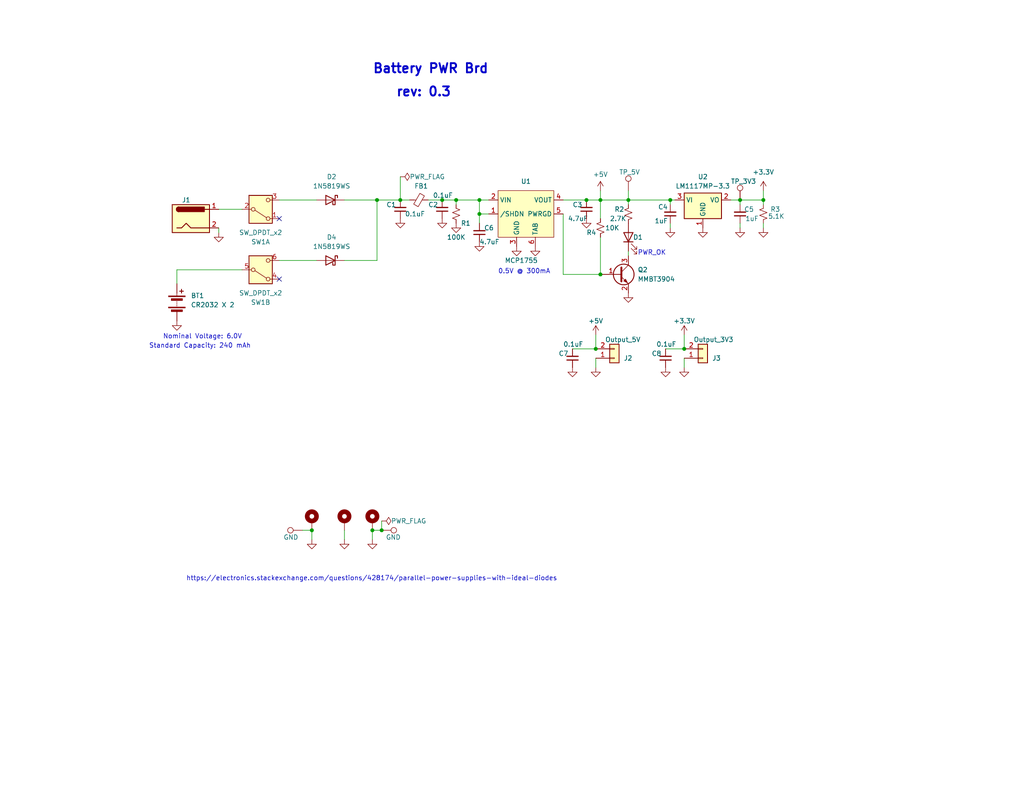
<source format=kicad_sch>
(kicad_sch (version 20230121) (generator eeschema)
  (paper "USLetter")
  (title_block (title "Battery PWR Brd") (date "2024-08-29") (rev "V0.3"))
  (lib_symbols
    (symbol "Connector:Barrel_Jack" (pin_names (offset 1.016))
      (property "Reference" "J" (at 0 5.334 0))
      (property "Value" "Barrel_Jack" (at 0 -5.08 0))
      (symbol "Barrel_Jack_0_1"
        (rectangle (start -5.08 3.81) (end 5.08 -3.81) (stroke (width 0.254)) (fill (type background)))
        (arc (start -3.302 3.175) (mid -3.9343 2.54) (end -3.302 1.905) (stroke (width 0.254)))
        (arc (start -3.302 3.175) (mid -3.9343 2.54) (end -3.302 1.905) (stroke (width 0.254)) (fill (type outline)))
        (polyline (pts (xy 5.08 2.54) (xy 3.81 2.54)) (stroke (width 0.254)))
        (polyline (pts (xy -3.81 -2.54) (xy -2.54 -2.54) (xy -1.27 -1.27) (xy 0 -2.54) (xy 2.54 -2.54) (xy 5.08 -2.54)) (stroke (width 0.254)))
        (rectangle (start 3.683 3.175) (end -3.302 1.905) (stroke (width 0.254)) (fill (type outline)))
      )
      (symbol "Barrel_Jack_1_1"
        (pin passive line (at 7.62 2.54 180) (length 2.54) (name "~") (number "1"))
        (pin passive line (at 7.62 -2.54 180) (length 2.54) (name "~") (number "2"))
      )
    )
    (symbol "Connector:TestPoint" (pin_numbers hide) (pin_names (offset 0.762) hide)
      (property "Reference" "TP" (at 0 6.858 0))
      (property "Value" "TestPoint" (at 0 5.08 0))
      (symbol "TestPoint_0_1"
        (circle (center 0 3.302) (radius 0.762))
      )
      (symbol "TestPoint_1_1"
        (pin passive line (at 0 0 90) (length 2.54) (name "1") (number "1"))
      )
    )
    (symbol "Connector_Generic:Conn_01x02" (pin_names (offset 1.016) hide)
      (property "Reference" "J" (at 0 2.54 0))
      (property "Value" "Conn_01x02" (at 0 -5.08 0))
      (symbol "Conn_01x02_1_1"
        (rectangle (start -1.27 -2.413) (end 0 -2.667) (stroke (width 0.1524)))
        (rectangle (start -1.27 0.127) (end 0 -0.127) (stroke (width 0.1524)))
        (rectangle (start -1.27 1.27) (end 1.27 -3.81) (stroke (width 0.254)) (fill (type background)))
        (pin passive line (at -5.08 0 0) (length 3.81) (name "Pin_1") (number "1"))
        (pin passive line (at -5.08 -2.54 0) (length 3.81) (name "Pin_2") (number "2"))
      )
    )
    (symbol "Device:Battery" (pin_numbers hide) (pin_names (offset 0) hide)
      (property "Reference" "BT" (at 2.54 2.54 0))
      (property "Value" "Battery" (at 2.54 0 0))
      (symbol "Battery_0_1"
        (rectangle (start -2.286 -1.27) (end 2.286 -1.524) (fill (type outline)))
        (rectangle (start -2.286 1.778) (end 2.286 1.524) (fill (type outline)))
        (rectangle (start -1.524 -2.032) (end 1.524 -2.54) (fill (type outline)))
        (rectangle (start -1.524 1.016) (end 1.524 0.508) (fill (type outline)))
        (polyline (pts (xy 0 -1.016) (xy 0 -0.762)))
        (polyline (pts (xy 0 -0.508) (xy 0 -0.254)))
        (polyline (pts (xy 0 0) (xy 0 0.254)))
        (polyline (pts (xy 0 1.778) (xy 0 2.54)))
        (polyline (pts (xy 0.762 3.048) (xy 1.778 3.048)) (stroke (width 0.254)))
        (polyline (pts (xy 1.27 3.556) (xy 1.27 2.54)) (stroke (width 0.254)))
      )
      (symbol "Battery_1_1"
        (pin passive line (at 0 5.08 270) (length 2.54) (name "+") (number "1"))
        (pin passive line (at 0 -5.08 90) (length 2.54) (name "-") (number "2"))
      )
    )
    (symbol "Device:C_Small" (pin_numbers hide) (pin_names (offset 0.254) hide)
      (property "Reference" "C" (at 0.254 1.778 0))
      (property "Value" "C_Small" (at 0.254 -2.032 0))
      (symbol "C_Small_0_1"
        (polyline (pts (xy -1.524 -0.508) (xy 1.524 -0.508)) (stroke (width 0.3302)))
        (polyline (pts (xy -1.524 0.508) (xy 1.524 0.508)) (stroke (width 0.3048)))
      )
      (symbol "C_Small_1_1"
        (pin passive line (at 0 2.54 270) (length 2.032) (name "~") (number "1"))
        (pin passive line (at 0 -2.54 90) (length 2.032) (name "~") (number "2"))
      )
    )
    (symbol "Device:FerriteBead_Small" (pin_numbers hide) (pin_names (offset 0))
      (property "Reference" "FB" (at 1.905 1.27 0))
      (property "Value" "FerriteBead_Small" (at 1.905 -1.27 0))
      (symbol "FerriteBead_Small_0_1"
        (polyline (pts (xy 0 -1.27) (xy 0 -0.7874)))
        (polyline (pts (xy 0 0.889) (xy 0 1.2954)))
        (polyline (pts (xy -1.8288 0.2794) (xy -1.1176 1.4986) (xy 1.8288 -0.2032) (xy 1.1176 -1.4224) (xy -1.8288 0.2794)))
      )
      (symbol "FerriteBead_Small_1_1"
        (pin passive line (at 0 2.54 270) (length 1.27) (name "~") (number "1"))
        (pin passive line (at 0 -2.54 90) (length 1.27) (name "~") (number "2"))
      )
    )
    (symbol "Device:LED" (pin_numbers hide) (pin_names (offset 1.016) hide)
      (property "Reference" "D" (at 0 2.54 0))
      (property "Value" "LED" (at 0 -2.54 0))
      (symbol "LED_0_1"
        (polyline (pts (xy -1.27 -1.27) (xy -1.27 1.27)) (stroke (width 0.254)))
        (polyline (pts (xy -1.27 0) (xy 1.27 0)))
        (polyline (pts (xy 1.27 -1.27) (xy 1.27 1.27) (xy -1.27 0) (xy 1.27 -1.27)) (stroke (width 0.254)))
        (polyline (pts (xy -3.048 -0.762) (xy -4.572 -2.286) (xy -3.81 -2.286) (xy -4.572 -2.286) (xy -4.572 -1.524)))
        (polyline (pts (xy -1.778 -0.762) (xy -3.302 -2.286) (xy -2.54 -2.286) (xy -3.302 -2.286) (xy -3.302 -1.524)))
      )
      (symbol "LED_1_1"
        (pin passive line (at -3.81 0 0) (length 2.54) (name "K") (number "1"))
        (pin passive line (at 3.81 0 180) (length 2.54) (name "A") (number "2"))
      )
    )
    (symbol "Device:R_Small_US" (pin_numbers hide) (pin_names (offset 0.254) hide)
      (property "Reference" "R" (at 0.762 0.508 0))
      (property "Value" "R_Small_US" (at 0.762 -1.016 0))
      (symbol "R_Small_US_1_1"
        (polyline (pts (xy 0 0) (xy 1.016 -0.381) (xy 0 -0.762) (xy -1.016 -1.143) (xy 0 -1.524)))
        (polyline (pts (xy 0 1.524) (xy 1.016 1.143) (xy 0 0.762) (xy -1.016 0.381) (xy 0 0)))
        (pin passive line (at 0 2.54 270) (length 1.016) (name "~") (number "1"))
        (pin passive line (at 0 -2.54 90) (length 1.016) (name "~") (number "2"))
      )
    )
    (symbol "Diode:1N5819WS" (pin_numbers hide) (pin_names (offset 1.016) hide)
      (property "Reference" "D" (at 0 2.54 0))
      (property "Value" "1N5819WS" (at 0 -2.54 0))
      (symbol "1N5819WS_0_1"
        (polyline (pts (xy 1.27 0) (xy -1.27 0)))
        (polyline (pts (xy 1.27 1.27) (xy 1.27 -1.27) (xy -1.27 0) (xy 1.27 1.27)) (stroke (width 0.254)))
        (polyline (pts (xy -1.905 0.635) (xy -1.905 1.27) (xy -1.27 1.27) (xy -1.27 -1.27) (xy -0.635 -1.27) (xy -0.635 -0.635)) (stroke (width 0.254)))
      )
      (symbol "1N5819WS_1_1"
        (pin passive line (at -3.81 0 0) (length 2.54) (name "K") (number "1"))
        (pin passive line (at 3.81 0 180) (length 2.54) (name "A") (number "2"))
      )
    )
    (symbol "MCP1755_1"
      (property "Reference" "U" (at 0 0 0))
      (symbol "MCP1755_1_1_1"
        (rectangle (start -2.54 -1.27) (end 12.7 -13.97) (fill (type background)))
        (pin input line (at -5.08 -7.62 0) (length 2.54) (name "/SHDN") (number "1"))
        (pin input line (at -5.08 -3.81 0) (length 2.54) (name "VIN") (number "2"))
        (pin passive line (at 2.54 -16.51 90) (length 2.54) (name "GND") (number "3"))
        (pin passive line (at 15.24 -3.81 180) (length 2.54) (name "VOUT") (number "4"))
        (pin open_collector line (at 15.24 -7.62 180) (length 2.54) (name "PWRGD") (number "5"))
        (pin open_collector line (at 7.62 -16.51 90) (length 2.54) (name "TAB") (number "6"))
      )
    )
    (symbol "Mechanical:MountingHole_Pad" (pin_numbers hide) (pin_names (offset 1.016) hide)
      (property "Reference" "H" (at 0 6.35 0))
      (property "Value" "MountingHole_Pad" (at 0 4.445 0))
      (symbol "MountingHole_Pad_0_1"
        (circle (center 0 1.27) (radius 1.27) (stroke (width 1.27)))
      )
      (symbol "MountingHole_Pad_1_1"
        (pin input line (at 0 -2.54 90) (length 2.54) (name "1") (number "1"))
      )
    )
    (symbol "Regulator_Linear:LM1117MP-3.3"
      (property "Reference" "U" (at -3.81 3.175 0))
      (property "Value" "LM1117MP-3.3" (at 0 3.175 0))
      (symbol "LM1117MP-3.3_0_1"
        (rectangle (start -5.08 -5.08) (end 5.08 1.905) (stroke (width 0.254)) (fill (type background)))
      )
      (symbol "LM1117MP-3.3_1_1"
        (pin power_in line (at 0 -7.62 90) (length 2.54) (name "GND") (number "1"))
        (pin power_out line (at 7.62 0 180) (length 2.54) (name "VO") (number "2"))
        (pin power_in line (at -7.62 0 0) (length 2.54) (name "VI") (number "3"))
      )
    )
    (symbol "SW_DPDT_x2_1" (pin_names (offset 0) hide)
      (property "Reference" "SW" (at 0 5.08 0))
      (property "Value" "SW_DPDT_x2" (at 0 -5.08 0))
      (symbol "SW_DPDT_x2_1_0_0"
        (circle (center -2.032 0) (radius 0.508))
        (circle (center 2.032 -2.54) (radius 0.508))
      )
      (symbol "SW_DPDT_x2_1_0_1"
        (rectangle (start -3.175 3.81) (end 3.175 -3.81) (stroke (width 0.254)) (fill (type background)))
        (polyline (pts (xy -1.524 0.254) (xy 1.5748 2.286)))
        (circle (center 2.032 2.54) (radius 0.508))
      )
      (symbol "SW_DPDT_x2_1_1_1"
        (pin passive line (at 5.08 2.54 180) (length 2.54) (name "A") (number "1"))
        (pin passive line (at -5.08 0 0) (length 2.54) (name "B") (number "2"))
        (pin passive line (at 5.08 -2.54 180) (length 2.54) (name "C") (number "3"))
      )
      (symbol "SW_DPDT_x2_1_2_1"
        (pin passive line (at 5.08 2.54 180) (length 2.54) (name "A") (number "4"))
        (pin passive line (at -5.08 0 0) (length 2.54) (name "B") (number "5"))
        (pin passive line (at 5.08 -2.54 180) (length 2.54) (name "C") (number "6"))
      )
    )
    (symbol "Transistor_BJT:MMBT3904" (pin_names (offset 0) hide)
      (property "Reference" "Q" (at 5.08 1.905 0))
      (property "Value" "MMBT3904" (at 5.08 0 0))
      (symbol "MMBT3904_0_1"
        (polyline (pts (xy 0.635 0.635) (xy 2.54 2.54)))
        (polyline (pts (xy 0.635 -0.635) (xy 2.54 -2.54) (xy 2.54 -2.54)))
        (polyline (pts (xy 0.635 1.905) (xy 0.635 -1.905) (xy 0.635 -1.905)) (stroke (width 0.508)))
        (polyline (pts (xy 1.27 -1.778) (xy 1.778 -1.27) (xy 2.286 -2.286) (xy 1.27 -1.778) (xy 1.27 -1.778)) (fill (type outline)))
        (circle (center 1.27 0) (radius 2.8194) (stroke (width 0.254)))
      )
      (symbol "MMBT3904_1_1"
        (pin input line (at -5.08 0 0) (length 5.715) (name "B") (number "1"))
        (pin passive line (at 2.54 -5.08 90) (length 2.54) (name "E") (number "2"))
        (pin passive line (at 2.54 5.08 270) (length 2.54) (name "C") (number "3"))
      )
    )
    (symbol "power:+3.3V" (power) (pin_names (offset 0))
      (property "Value" "+3.3V" (at 0 3.556 0))
      (symbol "+3.3V_0_1"
        (polyline (pts (xy -0.762 1.27) (xy 0 2.54)))
        (polyline (pts (xy 0 0) (xy 0 2.54)))
        (polyline (pts (xy 0 2.54) (xy 0.762 1.27)))
      )
      (symbol "+3.3V_1_1"
        (pin power_in line (at 0 0 90) (length 0) hide (name "+3.3V") (number "1"))
      )
    )
    (symbol "power:+5V" (power) (pin_names (offset 0))
      (property "Value" "+5V" (at 0 3.556 0))
      (symbol "+5V_0_1"
        (polyline (pts (xy -0.762 1.27) (xy 0 2.54)))
        (polyline (pts (xy 0 0) (xy 0 2.54)))
        (polyline (pts (xy 0 2.54) (xy 0.762 1.27)))
      )
      (symbol "+5V_1_1"
        (pin power_in line (at 0 0 90) (length 0) hide (name "+5V") (number "1"))
      )
    )
    (symbol "power:GND" (power) (pin_names (offset 0))
      (property "Value" "GND" (at 0 -3.81 0))
      (symbol "GND_0_1"
        (polyline (pts (xy 0 0) (xy 0 -1.27) (xy 1.27 -1.27) (xy 0 -2.54) (xy -1.27 -1.27) (xy 0 -1.27)))
      )
      (symbol "GND_1_1"
        (pin power_in line (at 0 0 270) (length 0) hide (name "GND") (number "1"))
      )
    )
    (symbol "power:PWR_FLAG" (power) (pin_numbers hide) (pin_names (offset 0) hide)
      (property "Value" "PWR_FLAG" (at 0 3.81 0))
      (symbol "PWR_FLAG_0_0"
        (pin power_out line (at 0 0 90) (length 0) (name "pwr") (number "1"))
      )
      (symbol "PWR_FLAG_0_1"
        (polyline (pts (xy 0 0) (xy 0 1.27) (xy -1.016 1.905) (xy 0 2.54) (xy 1.016 1.905) (xy 0 1.27)))
      )
    )
  )
  (junction (at 130.81 54.61))
  (junction (at 124.46 54.61))
  (junction (at 182.88 54.61))
  (junction (at 85.09 144.78))
  (junction (at 130.81 58.42))
  (junction (at 109.22 54.61))
  (junction (at 104.14 144.78))
  (junction (at 120.65 54.61))
  (junction (at 160.02 54.61))
  (junction (at 208.28 54.61))
  (junction (at 163.83 54.61))
  (junction (at 102.87 54.61))
  (junction (at 171.45 54.61))
  (junction (at 163.83 74.93))
  (junction (at 162.56 95.25))
  (junction (at 101.6 144.78))
  (junction (at 186.69 95.25))
  (junction (at 201.93 54.61))
  (no_connect (at 76.2 76.2))
  (no_connect (at 76.2 59.69))
  (wire (pts (xy 93.98 71.12) (xy 102.87 71.12)))
  (wire (pts (xy 59.69 57.15) (xy 66.04 57.15)))
  (wire (pts (xy 104.14 142.24) (xy 104.14 144.78)))
  (wire (pts (xy 76.2 71.12) (xy 86.36 71.12)))
  (wire (pts (xy 163.83 54.61) (xy 171.45 54.61)))
  (wire (pts (xy 109.22 54.61) (xy 111.76 54.61)))
  (wire (pts (xy 66.04 73.66) (xy 48.26 73.66)))
  (wire (pts (xy 102.87 54.61) (xy 109.22 54.61)))
  (wire (pts (xy 130.81 54.61) (xy 133.35 54.61)))
  (wire (pts (xy 171.45 69.85) (xy 171.45 68.58)))
  (wire (pts (xy 101.6 144.78) (xy 101.6 147.32)))
  (wire (pts (xy 163.83 54.61) (xy 163.83 59.69)))
  (wire (pts (xy 93.98 144.78) (xy 93.98 147.32)))
  (wire (pts (xy 182.88 54.61) (xy 182.88 55.88)))
  (wire (pts (xy 201.93 60.96) (xy 201.93 62.23)))
  (wire (pts (xy 186.69 91.44) (xy 186.69 95.25)))
  (wire (pts (xy 153.67 58.42) (xy 153.67 74.93)))
  (wire (pts (xy 124.46 54.61) (xy 130.81 54.61)))
  (wire (pts (xy 156.21 95.25) (xy 162.56 95.25)))
  (wire (pts (xy 93.98 54.61) (xy 102.87 54.61)))
  (wire (pts (xy 109.22 48.26) (xy 109.22 54.61)))
  (wire (pts (xy 201.93 54.61) (xy 208.28 54.61)))
  (wire (pts (xy 171.45 52.07) (xy 171.45 54.61)))
  (wire (pts (xy 162.56 91.44) (xy 162.56 95.25)))
  (wire (pts (xy 102.87 71.12) (xy 102.87 54.61)))
  (wire (pts (xy 162.56 97.79) (xy 162.56 100.33)))
  (wire (pts (xy 208.28 54.61) (xy 208.28 55.88)))
  (wire (pts (xy 130.81 58.42) (xy 130.81 60.96)))
  (wire (pts (xy 186.69 97.79) (xy 186.69 100.33)))
  (wire (pts (xy 201.93 54.61) (xy 201.93 55.88)))
  (wire (pts (xy 133.35 58.42) (xy 130.81 58.42)))
  (wire (pts (xy 171.45 54.61) (xy 182.88 54.61)))
  (wire (pts (xy 201.93 54.61) (xy 199.39 54.61)))
  (wire (pts (xy 59.69 62.23) (xy 59.69 63.5)))
  (wire (pts (xy 163.83 64.77) (xy 163.83 74.93)))
  (wire (pts (xy 182.88 54.61) (xy 184.15 54.61)))
  (wire (pts (xy 208.28 54.61) (xy 208.28 52.07)))
  (wire (pts (xy 76.2 54.61) (xy 86.36 54.61)))
  (wire (pts (xy 153.67 54.61) (xy 160.02 54.61)))
  (wire (pts (xy 182.88 60.96) (xy 182.88 62.23)))
  (wire (pts (xy 120.65 54.61) (xy 124.46 54.61)))
  (wire (pts (xy 48.26 73.66) (xy 48.26 77.47)))
  (wire (pts (xy 124.46 54.61) (xy 124.46 55.88)))
  (wire (pts (xy 85.09 144.78) (xy 85.09 147.32)))
  (wire (pts (xy 181.61 95.25) (xy 186.69 95.25)))
  (wire (pts (xy 153.67 74.93) (xy 163.83 74.93)))
  (wire (pts (xy 163.83 52.07) (xy 163.83 54.61)))
  (wire (pts (xy 130.81 54.61) (xy 130.81 58.42)))
  (wire (pts (xy 116.84 54.61) (xy 120.65 54.61)))
  (wire (pts (xy 208.28 62.23) (xy 208.28 60.96)))
  (wire (pts (xy 171.45 55.88) (xy 171.45 54.61)))
  (wire (pts (xy 82.55 144.78) (xy 85.09 144.78)))
  (wire (pts (xy 160.02 54.61) (xy 163.83 54.61)))
  (wire (pts (xy 101.6 144.78) (xy 104.14 144.78)))
  (text "Standard Capacity: 240 mAh" (at 40.64 95.25 0) (effects (font (size 1.27 1.27)) (justify left bottom)))
  (text "rev: 0.3" (at 107.95 26.67 0) (effects (font (size 2.5 2.5) (thickness 0.5) bold) (justify left bottom)))
  (text "0.5V @ 300mA" (at 135.89 74.93 0) (effects (font (size 1.27 1.27)) (justify left bottom)))
  (text "Battery PWR Brd" (at 101.6 20.32 0) (effects (font (size 2.5 2.5) (thickness 0.5) bold) (justify left bottom)))
  (text "https://electronics.stackexchange.com/questions/428174/parallel-power-supplies-with-ideal-diodes" (at 50.8 158.75 0) (effects (font (size 1.27 1.27)) (justify left bottom)))
  (text "PWR_OK" (at 173.99 69.85 0) (effects (font (size 1.27 1.27)) (justify left bottom)))
  (text "Nominal Voltage: 6.0V" (at 44.45 92.71 0) (effects (font (size 1.27 1.27)) (justify left bottom)))
  (symbol (lib_id "power:GND") (at 140.97 67.31 0) (unit 1)
    (property "Reference" "#PWR013" (effects hide))
    (property "Value" "GND" (effects hide))
  )
  (symbol (lib_id "power:+3.3V") (at 208.28 52.07 0) (unit 1)
    (property "Reference" "#PWR02" (effects hide))
    (property "Value" "+3.3V" (at 208.28 46.99 0))
  )
  (symbol (lib_id "Mechanical:MountingHole_Pad") (at 93.98 142.24 0) (unit 1)
    (property "Reference" "H2" (effects hide))
    (property "Value" "MountingHole_Pad" (effects hide))
    (property "Footprint" "MountingHole:MountingHole_3.2mm_M3_ISO7380_Pad_TopBottom" (effects hide))
  )
  (symbol (lib_id "power:GND") (at 93.98 147.32 0) (unit 1)
    (property "Reference" "#PWR025" (effects hide))
    (property "Value" "GND" (effects hide))
  )
  (symbol (lib_id "power:GND") (at 48.26 87.63 0) (unit 1)
    (property "Reference" "#PWR016" (effects hide))
    (property "Value" "GND" (effects hide))
  )
  (symbol (lib_id "Connector_Generic:Conn_01x02") (at 167.64 97.79 0) (mirror x) (unit 1)
    (property "Reference" "J2" (at 170.18 97.79 0) (effects (justify left)))
    (property "Value" "Output_5V" (at 165.1 92.71 0) (effects (justify left)))
  )
  (symbol (lib_id "power:GND") (at 191.77 62.23 0) (unit 1)
    (property "Reference" "#PWR08" (effects hide))
    (property "Value" "GND" (effects hide))
  )
  (symbol (lib_id "power:+3.3V") (at 186.69 91.44 0) (unit 1)
    (property "Reference" "#PWR019" (effects hide))
    (property "Value" "+3.3V" (at 186.69 87.63 0))
  )
  (symbol (lib_id "Device:C_Small") (at 201.93 58.42 0) (mirror x) (unit 1)
    (property "Reference" "C5" (at 205.74 57.15 0) (effects (justify right)))
    (property "Value" "1uF" (at 207.01 59.69 0) (effects (justify right)))
    (property "Footprint" "Capacitor_SMD:C_0805_2012Metric_Pad1.18x1.45mm_HandSolder" (effects hide))
  )
  (symbol (lib_id "Device:FerriteBead_Small") (at 114.3 54.61 270) (unit 1)
    (property "Reference" "FB1" (at 113.03 50.8 90) (effects (justify left)))
    (property "Value" "FerriteBead, 6A 1 9mΩ 33Ω@100MHz ±25% 1206 Ferrite Beads ROHS" (effects hide))
    (property "Footprint" "Inductor_SMD:L_1206_3216Metric_Pad1.42x1.75mm_HandSolder" (effects hide))
    (property "Datasheet" "https://www.fair-rite.com/wp-content/themes/fair-rite/print_product.php?pid=19229" (effects hide))
    (property "Description" "FERRITE BEAD 50 OHM 1206 1LN" (effects hide))
    (property "Vendor" "Digikey" (effects hide))
    (property "Vendor Part #" "1934-1465-1-ND" (effects hide))
  )
  (symbol (lib_id "power:GND") (at 59.69 63.5 0) (unit 1)
    (property "Reference" "#PWR011" (effects hide))
    (property "Value" "GND" (effects hide))
  )
  (symbol (lib_id "Regulator_Linear:LM1117MP-3.3") (at 191.77 54.61 0) (unit 1)
    (property "Reference" "U2" (at 191.77 48.26 0))
    (property "Value" "LM1117MP-3.3" (at 191.77 50.8 0))
    (property "Footprint" "Package_TO_SOT_SMD:SOT-223-3_TabPin2" (effects hide))
    (property "Datasheet" "http://www.ti.com/lit/ds/symlink/lm1117.pdf" (effects hide))
  )
  (symbol (lib_name "SW_DPDT_x2_1") (lib_id "Switch:SW_DPDT_x2") (at 71.12 57.15 0) (mirror x) (unit 1)
    (property "Reference" "SW1" (at 71.12 66.04 0))
    (property "Value" "SW_DPDT_x2" (at 71.12 63.5 0))
    (property "Footprint" "jerrys_Library:SW_DPDT_CK_JS202011JCQN" (effects hide))
  )
  (symbol (lib_id "power:GND") (at 109.22 59.69 0) (unit 1)
    (property "Reference" "#PWR03" (effects hide))
    (property "Value" "GND" (effects hide))
  )
  (symbol (lib_id "Device:R_Small_US") (at 171.45 58.42 0) (mirror x) (unit 1)
    (property "Reference" "R2" (at 167.64 57.15 0) (effects (justify left)))
    (property "Value" "2.7K" (at 166.37 59.69 0) (effects (justify left)))
    (property "Footprint" "Resistor_SMD:R_0805_2012Metric_Pad1.20x1.40mm_HandSolder" (effects hide))
    (property "Description" " RES 4.7K OHM %1 1/10W 1206 SMD" (effects hide))
  )
  (symbol (lib_id "power:PWR_FLAG") (at 109.22 48.26 270) (mirror x) (unit 1)
    (property "Reference" "#FLG01" (effects hide))
    (property "Value" "PWR_FLAG" (at 111.76 48.26 90) (effects (justify left)))
  )
  (symbol (lib_id "Mechanical:MountingHole_Pad") (at 101.6 142.24 0) (unit 1)
    (property "Reference" "H3" (effects hide))
    (property "Value" "MountingHole_Pad" (effects hide))
    (property "Footprint" "MountingHole:MountingHole_3.2mm_M3_ISO7380_Pad_TopBottom" (effects hide))
  )
  (symbol (lib_id "Connector_Generic:Conn_01x02") (at 191.77 97.79 0) (mirror x) (unit 1)
    (property "Reference" "J3" (at 194.31 97.79 0) (effects (justify left)))
    (property "Value" "Output_3V3" (at 189.23 92.71 0) (effects (justify left)))
  )
  (symbol (lib_id "Connector:TestPoint") (at 201.93 54.61 0) (unit 1) (in_bom no)
    (property "Reference" "TP_3V1" (effects hide))
    (property "Value" "TP_3V3" (at 199.39 49.53 0) (effects (justify left)))
    (property "Footprint" "TestPoint:TestPoint_THTPad_D2.0mm_Drill1.0mm" (effects hide))
  )
  (symbol (lib_id "power:GND") (at 124.46 60.96 0) (unit 1)
    (property "Reference" "#PWR06" (effects hide))
    (property "Value" "GND" (effects hide))
  )
  (symbol (lib_id "Device:Battery") (at 48.26 82.55 0) (unit 1)
    (property "Reference" "BT1" (at 52.07 80.7085 0) (effects (justify left)))
    (property "Value" "CR2032 X 2" (at 52.07 83.2485 0) (effects (justify left)))
    (property "Footprint" "Battery:BatteryHolder_Keystone_103_1x20mm" (effects hide))
  )
  (symbol (lib_name "MCP1755_1") (lib_id "jerrys_Library:MCP1755") (at 138.43 50.8 0) (unit 1)
    (property "Reference" "U1" (at 143.51 49.53 0))
    (property "Value" "MCP1755" (at 142.24 71.12 0))
    (property "Footprint" "Package_TO_SOT_SMD:SOT-223-6" (effects hide))
    (property "Datasheet" "https://ww1.microchip.com/downloads/en/DeviceDoc/MCP1755-MCP1755S-Data-Sheet-DS20005160B.pdf" (effects hide))
  )
  (symbol (lib_id "Device:C_Small") (at 109.22 57.15 180) (unit 1)
    (property "Reference" "C1" (at 105.41 55.88 0) (effects (justify right)))
    (property "Value" "0.1uF" (at 110.49 58.42 0) (effects (justify right)))
    (property "Footprint" "Capacitor_SMD:C_0805_2012Metric_Pad1.18x1.45mm_HandSolder" (effects hide))
    (property "Description" "CAP CER, 0.1uF, 25V, X7R, 1206" (effects hide))
    (property "Vendor" "Digikey" (effects hide))
    (property "Vendor #" "1276-1017-1-ND" (effects hide))
  )
  (symbol (lib_id "power:GND") (at 162.56 100.33 0) (unit 1)
    (property "Reference" "#PWR021" (effects hide))
    (property "Value" "GND" (effects hide))
  )
  (symbol (lib_id "Device:C_Small") (at 120.65 57.15 180) (unit 1)
    (property "Reference" "C2" (at 116.84 55.88 0) (effects (justify right)))
    (property "Value" "0.1uF" (at 118.11 53.34 0) (effects (justify right)))
    (property "Footprint" "Capacitor_SMD:C_0805_2012Metric_Pad1.18x1.45mm_HandSolder" (effects hide))
    (property "Description" "CAP CER, 0.1uF, 25V, X7R, 1206" (effects hide))
    (property "Vendor" "Digikey" (effects hide))
    (property "Vendor #" "1276-1017-1-ND" (effects hide))
  )
  (symbol (lib_id "Device:R_Small_US") (at 163.83 62.23 0) (mirror x) (unit 1)
    (property "Reference" "R4" (at 160.02 63.5 0) (effects (justify left)))
    (property "Value" "10K" (at 165.1 62.23 0) (effects (justify left)))
    (property "Footprint" "Resistor_SMD:R_0805_2012Metric_Pad1.20x1.40mm_HandSolder" (effects hide))
    (property "Description" " RES 4.7K OHM %1 1/10W 1206 SMD" (effects hide))
  )
  (symbol (lib_id "Mechanical:MountingHole_Pad") (at 85.09 142.24 0) (unit 1)
    (property "Reference" "H1" (effects hide))
    (property "Value" "MountingHole_Pad" (effects hide))
    (property "Footprint" "MountingHole:MountingHole_3.2mm_M3_ISO7380_Pad_TopBottom" (effects hide))
  )
  (symbol (lib_id "power:GND") (at 186.69 100.33 0) (unit 1)
    (property "Reference" "#PWR023" (effects hide))
    (property "Value" "GND" (effects hide))
  )
  (symbol (lib_id "Device:C_Small") (at 156.21 97.79 180) (unit 1)
    (property "Reference" "C7" (at 152.4 96.52 0) (effects (justify right)))
    (property "Value" "0.1uF" (at 153.67 93.98 0) (effects (justify right)))
    (property "Footprint" "Capacitor_SMD:C_0805_2012Metric_Pad1.18x1.45mm_HandSolder" (effects hide))
    (property "Description" "CAP CER, 0.1uF, 25V, X7R, 1206" (effects hide))
    (property "Vendor" "Digikey" (effects hide))
    (property "Vendor #" "1276-1017-1-ND" (effects hide))
  )
  (symbol (lib_id "power:GND") (at 171.45 80.01 0) (unit 1)
    (property "Reference" "#PWR017" (effects hide))
    (property "Value" "GND" (effects hide))
  )
  (symbol (lib_id "power:GND") (at 146.05 67.31 0) (unit 1)
    (property "Reference" "#PWR014" (effects hide))
    (property "Value" "GND" (effects hide))
  )
  (symbol (lib_id "power:GND") (at 201.93 62.23 0) (unit 1)
    (property "Reference" "#PWR09" (effects hide))
    (property "Value" "GND" (effects hide))
  )
  (symbol (lib_id "Device:C_Small") (at 160.02 57.15 180) (unit 1)
    (property "Reference" "C3" (at 156.21 55.88 0) (effects (justify right)))
    (property "Value" "4.7uF" (at 154.94 59.69 0) (effects (justify right)))
    (property "Footprint" "Capacitor_SMD:C_0805_2012Metric_Pad1.18x1.45mm_HandSolder" (effects hide))
    (property "Description" "CAP CER, 1uF, 25V, X7R, 1206" (effects hide))
  )
  (symbol (lib_id "power:GND") (at 130.81 66.04 0) (unit 1)
    (property "Reference" "#PWR012" (effects hide))
    (property "Value" "GND" (effects hide))
  )
  (symbol (lib_id "power:GND") (at 208.28 62.23 0) (unit 1)
    (property "Reference" "#PWR010" (effects hide))
    (property "Value" "GND" (effects hide))
  )
  (symbol (lib_id "Connector:Barrel_Jack") (at 52.07 59.69 0) (unit 1) (in_bom no)
    (property "Reference" "J1" (at 50.8 54.61 0))
    (property "Value" "INPUT_PWR" (effects hide))
    (property "Footprint" "jerrys_Library:BarrelJack_GCT_DCJ200-10-A_Horizontal" (effects hide))
    (property "Datasheet" "https://www.cuidevices.com/product/resource/pj-037a.pdf" (effects hide))
    (property "Description" "CONN PWR JACK 2X5.5MM SOLDER" (effects hide))
    (property "Vendor" "Digikey" (effects hide))
    (property "Vendor Part #" "CP-037A-ND" (effects hide))
  )
  (symbol (lib_id "Connector:TestPoint") (at 104.14 144.78 270) (mirror x) (unit 1) (in_bom no)
    (property "Reference" "GND2" (effects hide))
    (property "Value" "GND" (at 107.315 146.685 90))
    (property "Footprint" "TestPoint:TestPoint_THTPad_D2.0mm_Drill1.0mm" (effects hide))
  )
  (symbol (lib_id "power:+5V") (at 162.56 91.44 0) (unit 1)
    (property "Reference" "#PWR018" (effects hide))
    (property "Value" "+5V" (at 162.56 87.63 0))
  )
  (symbol (lib_id "power:GND") (at 182.88 62.23 0) (unit 1)
    (property "Reference" "#PWR07" (effects hide))
    (property "Value" "GND" (effects hide))
  )
  (symbol (lib_id "Transistor_BJT:MMBT3904") (at 168.91 74.93 0) (unit 1)
    (property "Reference" "Q2" (at 173.99 73.66 0) (effects (justify left)))
    (property "Value" "MMBT3904" (at 173.99 76.2 0) (effects (justify left)))
    (property "Footprint" "Package_TO_SOT_SMD:SOT-23" (effects hide))
    (property "Datasheet" "https://www.onsemi.com/pdf/datasheet/pzt3904-d.pdf" (effects hide))
  )
  (symbol (lib_id "Diode:1N5819WS") (at 90.17 71.12 0) (mirror y) (unit 1)
    (property "Reference" "D4" (at 90.4875 64.77 0))
    (property "Value" "1N5819WS" (at 90.4875 67.31 0))
    (property "Footprint" "Diode_SMD:D_SOD-123" (effects hide))
    (property "Datasheet" "https://datasheet.lcsc.com/lcsc/2204281430_Guangdong-Hottech-1N5819WS_C191023.pdf" (effects hide))
  )
  (symbol (lib_id "Device:C_Small") (at 181.61 97.79 180) (unit 1)
    (property "Reference" "C8" (at 177.8 96.52 0) (effects (justify right)))
    (property "Value" "0.1uF" (at 179.07 93.98 0) (effects (justify right)))
    (property "Footprint" "Capacitor_SMD:C_0805_2012Metric_Pad1.18x1.45mm_HandSolder" (effects hide))
    (property "Description" "CAP CER, 0.1uF, 25V, X7R, 1206" (effects hide))
    (property "Vendor" "Digikey" (effects hide))
    (property "Vendor #" "1276-1017-1-ND" (effects hide))
  )
  (symbol (lib_id "power:GND") (at 120.65 59.69 0) (unit 1)
    (property "Reference" "#PWR04" (effects hide))
    (property "Value" "GND" (effects hide))
  )
  (symbol (lib_id "Device:R_Small_US") (at 208.28 58.42 0) (mirror x) (unit 1)
    (property "Reference" "R3" (at 210.185 57.15 0) (effects (justify left)))
    (property "Value" "5.1K" (at 209.55 59.055 0) (effects (justify left)))
    (property "Footprint" "Resistor_SMD:R_0805_2012Metric_Pad1.20x1.40mm_HandSolder" (effects hide))
    (property "Description" " RES 4.7K OHM %1 1/10W 1206 SMD" (effects hide))
  )
  (symbol (lib_id "power:+5V") (at 163.83 52.07 0) (unit 1)
    (property "Reference" "#PWR01" (effects hide))
    (property "Value" "+5V" (at 163.83 47.625 0))
  )
  (symbol (lib_id "Device:LED") (at 171.45 64.77 90) (unit 1)
    (property "Reference" "D1" (at 172.72 64.77 90) (effects (justify right)))
    (property "Value" "OC_Fault" (effects hide))
    (property "Footprint" "LED_SMD:LED_1206_3216Metric_Pad1.42x1.75mm_HandSolder" (effects hide))
    (property "Datasheet" "https://sunledusa.com/products/spec/XZM2CRK55W-3.pdf" (effects hide))
    (property "Description" "LED RED CLEAR SMD  1206 " (effects hide))
    (property "Vendor" "Digikey" (effects hide))
    (property "Vendor Part #" "1497-XZM2CRK55W-3RTCT-ND" (effects hide))
  )
  (symbol (lib_id "Device:C_Small") (at 130.81 63.5 180) (unit 1)
    (property "Reference" "C6" (at 132.08 62.23 0) (effects (justify right)))
    (property "Value" "4.7uF" (at 130.81 66.04 0) (effects (justify right)))
    (property "Footprint" "Capacitor_SMD:C_0805_2012Metric_Pad1.18x1.45mm_HandSolder" (effects hide))
    (property "Description" "CAP CER, 1uF, 25V, X7R, 1206" (effects hide))
  )
  (symbol (lib_id "power:GND") (at 181.61 100.33 0) (unit 1)
    (property "Reference" "#PWR022" (effects hide))
    (property "Value" "GND" (effects hide))
  )
  (symbol (lib_id "Device:C_Small") (at 182.88 58.42 0) (mirror x) (unit 1)
    (property "Reference" "C4" (at 182.245 56.515 0) (effects (justify right)))
    (property "Value" "1uF" (at 182.245 60.325 0) (effects (justify right)))
    (property "Footprint" "Capacitor_SMD:C_0805_2012Metric_Pad1.18x1.45mm_HandSolder" (effects hide))
  )
  (symbol (lib_id "power:GND") (at 85.09 147.32 0) (unit 1)
    (property "Reference" "#PWR024" (effects hide))
    (property "Value" "GND" (effects hide))
  )
  (symbol (lib_id "power:GND") (at 156.21 100.33 0) (unit 1)
    (property "Reference" "#PWR020" (effects hide))
    (property "Value" "GND" (effects hide))
  )
  (symbol (lib_id "Connector:TestPoint") (at 171.45 52.07 0) (unit 1) (in_bom no)
    (property "Reference" "TP_5V1" (effects hide))
    (property "Value" "TP_5V" (at 168.91 46.99 0) (effects (justify left)))
    (property "Footprint" "TestPoint:TestPoint_THTPad_D2.0mm_Drill1.0mm" (effects hide))
  )
  (symbol (lib_id "power:PWR_FLAG") (at 104.14 142.24 270) (mirror x) (unit 1)
    (property "Reference" "#FLG02" (effects hide))
    (property "Value" "PWR_FLAG" (at 106.68 142.24 90) (effects (justify left)))
  )
  (symbol (lib_id "Device:R_Small_US") (at 124.46 58.42 0) (unit 1)
    (property "Reference" "R1" (at 125.73 60.96 0) (effects (justify left)))
    (property "Value" "100K" (at 121.92 64.77 0) (effects (justify left)))
    (property "Footprint" "Resistor_SMD:R_0805_2012Metric_Pad1.20x1.40mm_HandSolder" (effects hide))
    (property "Description" " RES 10K OHM %1 1/10W 0603 SMD" (effects hide))
  )
  (symbol (lib_id "power:GND") (at 101.6 147.32 0) (unit 1)
    (property "Reference" "#PWR026" (effects hide))
    (property "Value" "GND" (effects hide))
  )
  (symbol (lib_id "power:GND") (at 160.02 59.69 0) (unit 1)
    (property "Reference" "#PWR05" (effects hide))
    (property "Value" "GND" (effects hide))
  )
  (symbol (lib_id "Diode:1N5819WS") (at 90.17 54.61 0) (mirror y) (unit 1)
    (property "Reference" "D2" (at 90.4875 48.26 0))
    (property "Value" "1N5819WS" (at 90.4875 50.8 0))
    (property "Footprint" "Diode_SMD:D_SOD-123" (effects hide))
    (property "Datasheet" "https://datasheet.lcsc.com/lcsc/2204281430_Guangdong-Hottech-1N5819WS_C191023.pdf" (effects hide))
  )
  (symbol (lib_id "Connector:TestPoint") (at 82.55 144.78 90) (unit 1) (in_bom no)
    (property "Reference" "GND1" (effects hide))
    (property "Value" "GND" (at 79.375 146.685 90))
    (property "Footprint" "TestPoint:TestPoint_THTPad_D2.0mm_Drill1.0mm" (effects hide))
  )
  (symbol (lib_name "SW_DPDT_x2_1") (lib_id "Switch:SW_DPDT_x2") (at 71.12 73.66 0) (mirror x) (unit 2)
    (property "Reference" "SW1" (at 71.12 82.55 0))
    (property "Value" "SW_DPDT_x2" (at 71.12 80.01 0))
  )
)
</source>
